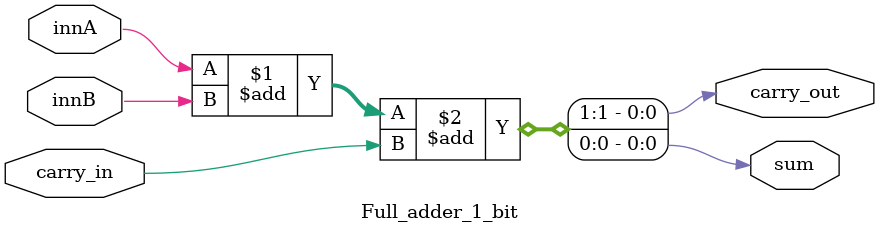
<source format=v>
`timescale 1ns / 1ps


module Full_adder_1_bit(innA,innB,carry_in,sum,carry_out);
input innA,innB,carry_in;
output sum,carry_out;

assign {carry_out,sum}=innA+innB+carry_in;

endmodule

</source>
